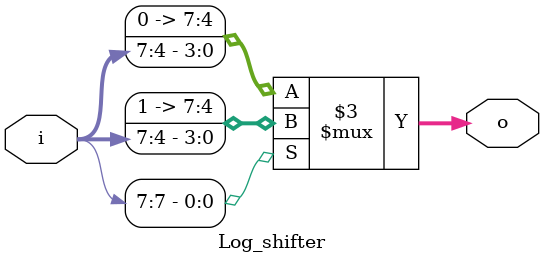
<source format=v>

`default_nettype none

module user_proj_example(
`ifdef USE_POWER_PINS
    inout vdd,	// User area 1 1.8V supply
    inout vss,	// User area 1 digital ground
`endif

    // Wishbone Slave ports (WB MI A)
    input wb_clk_i,
    input wb_rst_i,
	
    // IOs
    input  [17-1:0] io_in,
    output [10-1:0] io_out,
    output [10-1:0] io_oeb//,
);

	assign io_oeb = 10'd0;
	//assign io_out = io_in;
	
	NEwithDAA NEwithDAA_u (
		.InPE(io_in[16:13]),
		.clk(wb_clk_i),
		.enable(io_in[12]),
		.clear(io_in[11]),
		.NEP(io_in[10]),
		.SignExEn(io_in[9]),
		.rst(wb_rst_i),
		.InputSel(io_in[8:7]),
		.w(io_in[6:4]),
		.EPcount(io_in[3:0]),
		.o (io_out)
    );
	

endmodule



module NEwithDAA (
  input [3:0] InPE,
  input clk,
  input enable,
  input clear,
  input NEP,
  input SignExEn,
  input rst,
  input [1:0] InputSel,
  input [2:0] w,
  input [3:0] EPcount,
  output reg [9:0] o
);



  wire [2:0] expResult;
  wire [17:0] eResult;
  wire [9:0] result;
  
   always @* begin
     case (InputSel)
        4'b00: o <= result;
        4'b01: o <= {eResult[6:0],expResult};
        4'b10: o <= eResult[16:7];
        default: o <= {9'b000000000, eResult[17]};
     endcase
    end
  wire s;
  wire [1:0] c;
  wire [2:0] w_reg0;
  reg [2:0] w_reg;
  wire [3:0] InPE_reg0;
  reg [3:0] InPE_reg;
  reg [4:0] InPE_aux;
  reg [5:0] saux,a, a_aux;
  
  D_FF #(3) w_FF (
    .d(w),
    .clk(clk),
    .enable(enable),
    .clear(clear),
    .rst(rst),
    .q(w_reg0)
  );
  
always @* begin
     w_reg=w_reg0;
end

  D_FF #(4) InPE_FF (
    .d(InPE),
    .clk(clk),
    .enable(enable),
    .rst(rst),
    .clear(clear),
    .q(InPE_reg0)
  );
always @* begin
     InPE_reg=InPE_reg0;
end
  always @(*) begin
    case (SignExEn)
      1'b1: InPE_aux = {InPE_reg[3], InPE_reg};
      default: InPE_aux = {1'b0, InPE_reg};
    endcase
  end

  BoothEncoderMod Encoder (
    .x2(w_reg[2]),
    .x1(w_reg[1]),
    .x0(w_reg[0]),
    .sign(s),
    .C(c)
  );

  always @* begin
    case (c)
      2'b10: a_aux = {InPE_aux, 1'b0};
      2'b01: a_aux = {InPE_aux[4], InPE_aux};
      default: a_aux = 6'b0;
    endcase
  end

  always @* begin
    saux<= {s,s,s,s,s,s};
      a <= saux ^ a_aux;
  end

  DAAforNE DAA (
    .x(a),
    .clk(clk),
    .enable(enable),
    .clear(clear),
    .NEP(NEP),
    .Cin(s),
    .rst(rst),
    .EPcount(EPcount),
    .expResult(expResult),
    .eResult(eResult),
    .result(result)
  );

endmodule

module BoothEncoderMod (
  input x2,
  input x1,
  input x0,
  output reg sign,
  output reg [1:0] C
);

  always @(x2 or x1 or x0) begin
    sign = x2 & ~(x2 & x1 & x0);
    C[0] = x0 ^ x1;
    C[1] = (x0 & x1 & ~x2) | (x2 & ~x1 & ~x0);
  end

endmodule

module CU_MAC2(
    input clk,
    input enable,
    input clear,
    input a,
    input b,
    input [1:0] res,
    input [2:0] Nshift,
    input co,
    input rst,
    output reg inc,
    output reg decr
);

reg inc_aux, decr_aux;
wire inc_reg, decr_reg;


always @(posedge clk or negedge rst) begin
    if (!rst)
        inc_aux <= {1'b0};
    else if (enable)
        if (clear)
           inc_aux <= {1'b0};
        else
            inc_aux <= (~a & ~b & ~co & res[1]) | (a & b & co & ~res[1]) & ~&Nshift[2:0];
end

always @(posedge clk or negedge rst) begin
    if (!rst)
        decr_aux <= {1'b0};
    else if (enable)
        if (clear)
           decr_aux <= {1'b0};
        else
            decr_aux <= ~inc_aux & (~co & (res[1] ^ res[0])) & ~|Nshift;
end

D_FF #(1) inc_FF (
    .d(inc_aux),
    .clk(clk),
    .enable(enable),
    .rst(rst),
    .clear(clear),
    .q(inc_reg)
);

D_FF #(1) decr_FF (
    .d(decr_aux),
    .clk(clk),
    .enable(enable),
    .rst(rst),
    .clear(clear),
    .q(decr_reg)
);

always @* begin
    inc <= inc_reg;
    decr <= decr_reg;
end

endmodule

module D_FF #(parameter N=4) (
    input [N-1:0] d,
    input clk,
    input enable,
    input clear,
    input rst,
    output reg [N-1:0] q
);

//always @(posedge clk or negedge rst) begin
//    if (!rst)
//        q <= {N{1'b0}};
//    else if (enable)
//        if (clear)
//           q <= {N{1'b0}};
//        else
//            q <= d;
//end

always @(posedge clk or negedge rst) begin
    if (!rst)
        q <= {N{1'b0}};
    else if (enable)
        if (clear)
           q <= {N{1'b0}};
        else
            q <= d;
end
//always @(posedge clk or negedge rst) begin
//    if (!rst)
//        q <= {N{1'b0}};
//    else if (clear)
//        q <= {N{1'b0}};
//        else if (enable)
//            q <= d;
//end



endmodule

module DAAforNE (
    input [5:0] x,
    input clk,
    input enable,
    input clear,
    input NEP,
    input Cin,
    input rst,
    input [3:0] EPcount,
    output reg [2:0] expResult,
    output reg [17:0] eResult,
    output reg [9:0] result
);

wire [17:0] inSaveFF;
reg [5:0] x_reg;
wire [9:0] b, res_reg, aux;
reg [9:0] a, res, inc_aux, decr_aux;
reg [10:0] res_aux, CinAux;
wire [9:0] r_a, OutAllined1;
reg [9:0] r_a1, r_a2;
wire [7:0] x_reg_se_aux;
reg [7:0] x_reg_se;
reg IncOrDec_sel, IncOrDec_sel2, selAllineMUX2, selSaveMUX, co;
wire NEP_reg2, inc, decr, co_reg;
reg Cin_reg;
reg En0, En1, En2, En3, En4, En5, En6, En7, En8;
wire [2:0] N_shift;
wire [1:0] r_a_save_aux;
reg [1:0] r_a_save;

//D_FF #(6) x_FF (.d(x), .clk(clk), .enable(enable), .clear(clear), .q(x_reg));
//D_FF #(1) Cin_FF (.d(Cin), .clk(clk), .enable(enable), .clear(clear), .q(Cin_reg));
//D_FF #(1) NEP_FF (.d(NEP), .clk(clk), .enable(enable), .clear(clear), .q(NEP_reg));
//D_FF #(1) NEP_FF2 (.d(NEP_reg), .clk(clk), .enable(enable), .clear(clear), .q(NEP_reg2));
D_FF #(1) NEP_FF2 (.d(NEP), .clk(clk),     .rst(rst), .enable(enable), .clear(clear), .q(NEP_reg2));

always @* begin
    x_reg = x;
    Cin_reg = Cin;
end

always @* begin
    case (x_reg[5])
        1'b1: x_reg_se = {2'b11, x_reg};
        default: x_reg_se = {2'b00, x_reg};
    endcase
end

ShiftRight_2  LogShift (.i(x_reg_se), .N_shift(N_shift), .o(x_reg_se_aux));
always @* begin
    case (x_reg_se_aux[7])
        1'b1: a = {2'b11, x_reg_se_aux};
        default: a = {2'b00, x_reg_se_aux[6:0]};
    endcase
end
ShiftCounter2 ShiftCounter (.clk(clk), .clear(clear),     .rst(rst),.enable(enable), .inc(inc), .dec(decr), .shiftCount(N_shift));

always @* begin
    CinAux = {10'b0000000000, Cin_reg};
end

always @* begin
    res_aux = $signed(a) + $signed(b) + $signed(CinAux);
    res = res_aux[9:0];
    co = res_aux[10];
end

CU_MAC2 CU (.clk(clk), .clear(clear), .enable(enable),    .rst(rst), .a(a[9]), .b(b[9]), .res(res[9:8]), .Nshift(N_shift), .co(co), .inc(inc), .decr(decr));

D_FF #(10) res_FF (.d(res), .clk(clk), .enable(enable),     .rst(rst), .clear(clear), .q(res_reg));
D_FF #(1) Co_FF (.d(co), .clk(clk), .enable(enable),     .rst(rst), .clear(clear), .q(co_reg));

always @* begin
    IncOrDec_sel = ~inc & decr;
    inc_aux = {co_reg, res_reg[9:1]};
    decr_aux = {res_reg[8:0], 1'b0};
end

Mux_2 #(10) IncOrDec_MUX (.i0(inc_aux), .i1(decr_aux), .sel(IncOrDec_sel), .o(aux));
always @* begin
    IncOrDec_sel2 = inc | decr;
end
Mux_2 #(10) IncOrDec_MUX2 (.i0(res_reg), .i1(aux), .sel(IncOrDec_sel2), .o(r_a));
always @* begin
    r_a1 = {r_a[9], r_a[9:1]};
    r_a2 = {r_a[9], r_a[9], r_a[9:2]};
end
Mux_2 #(10) AllignMUX1 (.i0(r_a2), .i1(r_a1), .sel(N_shift[0]), .o(OutAllined1));

always @* begin 
    selAllineMUX2 = ~|N_shift[2:1] & NEP_reg2;
end
Mux_2 #(10) AllignMUX2 (.i0(r_a), .i1(OutAllined1), .sel(selAllineMUX2), .o(b));

always @* begin 
    r_a_save = {r_a[0], 1'b0};
    selSaveMUX = N_shift[0];
end

Mux_2 #(2) SaveMUX (.i0(r_a[1:0]), .i1(r_a_save), .sel(selSaveMUX), .o(r_a_save_aux));

always @* begin
     En0 = (EPcount == 4'b0000 && ~|N_shift[2:1] && NEP == 1'b1);
     En1 = (EPcount == 4'b0001 && ~|N_shift[2:1]  && NEP == 1'b1);
     En2 = (EPcount == 4'b0010 && ~|N_shift[2:1]  && NEP == 1'b1);
     En3 = (EPcount == 4'b0011 && ~|N_shift[2:1]  && NEP == 1'b1);
     En4 = (EPcount == 4'b0100 && ~|N_shift[2:1]  && NEP == 1'b1);
     En5 = (EPcount == 4'b0101 && ~|N_shift[2:1]  && NEP == 1'b1);
     En6 = (EPcount == 4'b0110 && ~|N_shift[2:1]  && NEP == 1'b1);
     En7 = (EPcount == 4'b0111 && ~|N_shift[2:1]  && NEP == 1'b1);
     En8 = (EPcount == 4'b1000 && ~|N_shift[2:1]  && NEP == 1'b1);
end

D_FF #(2) Save_FF0 (.d(r_a_save_aux), .clk(clk), .enable(En0), .clear(clear),     .rst(rst), .q(inSaveFF[1:0]));
D_FF #(2) Save_FF1 (.d(r_a_save_aux), .clk(clk), .enable(En1), .clear(clear), .rst(rst),.q(inSaveFF[3:2]));
D_FF #(2) Save_FF2 (.d(r_a_save_aux), .clk(clk), .enable(En2), .clear(clear), .rst(rst),.q(inSaveFF[5:4]));
D_FF #(2) Save_FF3 (.d(r_a_save_aux), .clk(clk), .enable(En3), .clear(clear), .rst(rst),.q(inSaveFF[7:6]));
D_FF #(2) Save_FF4 (.d(r_a_save_aux), .clk(clk), .enable(En4), .clear(clear), .rst(rst),.q(inSaveFF[9:8]));
D_FF #(2) Save_FF5 (.d(r_a_save_aux), .clk(clk), .enable(En5), .clear(clear), .rst(rst),.q(inSaveFF[11:10]));
D_FF #(2) Save_FF6 (.d(r_a_save_aux), .clk(clk), .enable(En6), .clear(clear), .rst(rst),.q(inSaveFF[13:12]));
D_FF #(2) Save_FF7 (.d(r_a_save_aux), .clk(clk), .enable(En7), .clear(clear), .rst(rst),.q(inSaveFF[15:14]));
D_FF #(2) Save_FF8 (.d(r_a_save_aux), .clk(clk), .enable(En8), .clear(clear), .rst(rst),.q(inSaveFF[17:16]));

always @* begin
    eResult=inSaveFF;
    result=b;
    expResult=N_shift;
end

endmodule

module Mux_2 #(parameter N=4) (
    input [N-1:0] i0,
    input [N-1:0] i1,
    output reg [N-1:0] o,
    input sel
);

always @* begin
    if (sel)
        o = i1;
    else
        o = i0;
end

endmodule

module ShiftCounter2(
    input inc,
    input dec,
    input clk,
    input clear,
    input rst,
    input enable,
    output reg [2:0] shiftCount
);

reg [2:0] incDecr, a, b, res;
reg incDecr_sel, idle_sel;

always @* begin
    incDecr_sel <= ~inc & dec;
    idle_sel <= inc | dec;
    res=a+b;
    shiftCount <= res;
end

always @* begin
    if (incDecr_sel)
        incDecr <= 3'b111;
    else
        incDecr <= 3'b001;
end

always @* begin
    if (idle_sel)
        a <=incDecr;
    else
        a <= 3'b0;
end

always @(posedge clk or negedge rst) begin
    if (!rst)
        b <= {3{1'b0}};
    else if (enable)
        if (clear)
           b <= {3{1'b0}};
        else
            b <= res;
end
endmodule


module ShiftRight_2(
    input [7:0] i,
    output reg [7:0] o,
    input [2:0] N_shift
);

wire [7:0] i_4_in, i_4_out;
wire [7:0] i_2_in, i_2_out;
wire [7:0] i_1_out;
reg [7:0] i_1_in;

Log_shifter #(4) shifter_4 
(
    .i(i),
    .o(i_4_in)
);

Mux_2 #(8) shift_4_MUX (
    .i0(i),
    .i1(i_4_in),
    .o(i_4_out),
    .sel(N_shift[2])
);

Log_shifter #(2) shifter_2 (
    .i(i_4_out),
    .o(i_2_in)
);

Mux_2 #(8) shift_2_MUX (
    .i0(i_4_out),
    .i1(i_2_in),
    .o(i_2_out),
    .sel(N_shift[1])
);

always @* begin
     i_1_in = {i[7], i_2_out[7:1]};
end

Mux_2 #(8) shift_1_MUX (
    .i0(i_2_out),
    .i1(i_1_in),
    .o(i_1_out),
    .sel(N_shift[0])
);

always @* begin
    o = i_1_out;
end

endmodule



module Log_shifter #(parameter N=4)(
    input [7:0] i,
    output reg [7:0] o
);

always @* begin
    if (i[7])
        o = {{N{1'b1}},i[7:N]};
    else
        o = {{N{1'b0}},i[7:N]};
end

endmodule




`default_nettype wire

</source>
